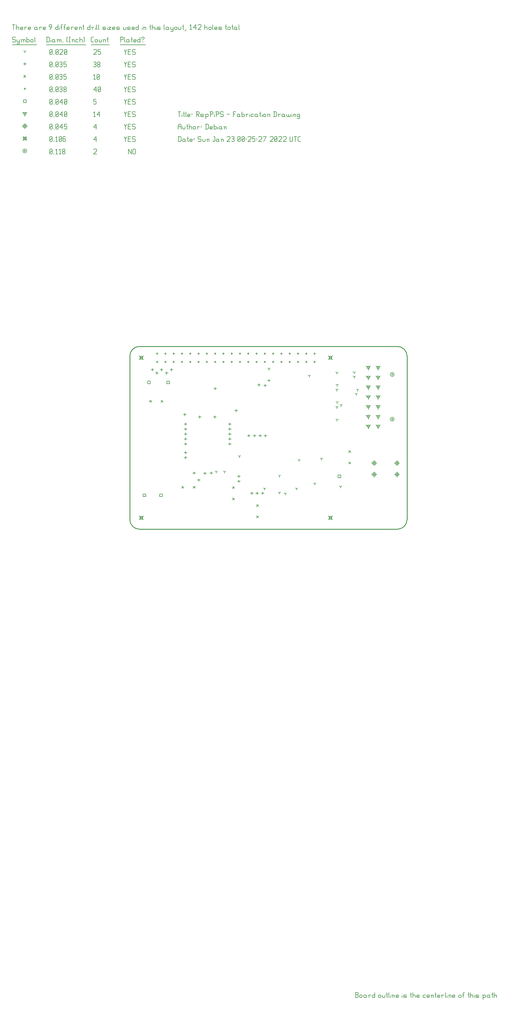
<source format=gbr>
G04 start of page 14 for group -3984 idx -3984 *
G04 Title: RspPiPS, fab *
G04 Creator: pcb 4.2.0 *
G04 CreationDate: Sun Jan 23 00:25:27 2022 UTC *
G04 For: debian *
G04 Format: Gerber/RS-274X *
G04 PCB-Dimensions (mil): 10000.00 10000.00 *
G04 PCB-Coordinate-Origin: lower left *
%MOIN*%
%FSLAX25Y25*%
%LNFAB*%
%ADD115C,0.0100*%
%ADD114C,0.0075*%
%ADD113C,0.0060*%
%ADD112R,0.0080X0.0080*%
G54D112*X457669Y741720D02*G75*G03X459269Y741720I800J0D01*G01*
G75*G03X457669Y741720I-800J0D01*G01*
X456069D02*G75*G03X460869Y741720I2400J0D01*G01*
G75*G03X456069Y741720I-2400J0D01*G01*
X457669Y687783D02*G75*G03X459269Y687783I800J0D01*G01*
G75*G03X457669Y687783I-800J0D01*G01*
X456069D02*G75*G03X460869Y687783I2400J0D01*G01*
G75*G03X456069Y687783I-2400J0D01*G01*
X14200Y1011250D02*G75*G03X15800Y1011250I800J0D01*G01*
G75*G03X14200Y1011250I-800J0D01*G01*
X12600D02*G75*G03X17400Y1011250I2400J0D01*G01*
G75*G03X12600Y1011250I-2400J0D01*G01*
G54D113*X140000Y1013500D02*Y1007500D01*
Y1013500D02*X143750Y1007500D01*
Y1013500D02*Y1007500D01*
X145550Y1012750D02*Y1008250D01*
Y1012750D02*X146300Y1013500D01*
X147800D01*
X148550Y1012750D01*
Y1008250D01*
X147800Y1007500D02*X148550Y1008250D01*
X146300Y1007500D02*X147800D01*
X145550Y1008250D02*X146300Y1007500D01*
X98000Y1012750D02*X98750Y1013500D01*
X101000D01*
X101750Y1012750D01*
Y1011250D01*
X98000Y1007500D02*X101750Y1011250D01*
X98000Y1007500D02*X101750D01*
X45000Y1008250D02*X45750Y1007500D01*
X45000Y1012750D02*Y1008250D01*
Y1012750D02*X45750Y1013500D01*
X47250D01*
X48000Y1012750D01*
Y1008250D01*
X47250Y1007500D02*X48000Y1008250D01*
X45750Y1007500D02*X47250D01*
X45000Y1009000D02*X48000Y1012000D01*
X49800Y1007500D02*X50550D01*
X52350Y1012300D02*X53550Y1013500D01*
Y1007500D01*
X52350D02*X54600D01*
X56400Y1012300D02*X57600Y1013500D01*
Y1007500D01*
X56400D02*X58650D01*
X60450Y1008250D02*X61200Y1007500D01*
X60450Y1009450D02*Y1008250D01*
Y1009450D02*X61500Y1010500D01*
X62400D01*
X63450Y1009450D01*
Y1008250D01*
X62700Y1007500D02*X63450Y1008250D01*
X61200Y1007500D02*X62700D01*
X60450Y1011550D02*X61500Y1010500D01*
X60450Y1012750D02*Y1011550D01*
Y1012750D02*X61200Y1013500D01*
X62700D01*
X63450Y1012750D01*
Y1011550D01*
X62400Y1010500D02*X63450Y1011550D01*
X381458Y764211D02*X386258Y759411D01*
X381458D02*X386258Y764211D01*
X382258Y763411D02*X385458D01*
X382258D02*Y760211D01*
X385458D01*
Y763411D02*Y760211D01*
X381458Y571298D02*X386258Y566498D01*
X381458D02*X386258Y571298D01*
X382258Y570498D02*X385458D01*
X382258D02*Y567298D01*
X385458D01*
Y570498D02*Y567298D01*
X153112Y764211D02*X157912Y759411D01*
X153112D02*X157912Y764211D01*
X153912Y763411D02*X157112D01*
X153912D02*Y760211D01*
X157112D01*
Y763411D02*Y760211D01*
X153112Y571298D02*X157912Y566498D01*
X153112D02*X157912Y571298D01*
X153912Y570498D02*X157112D01*
X153912D02*Y567298D01*
X157112D01*
Y570498D02*Y567298D01*
X12600Y1028650D02*X17400Y1023850D01*
X12600D02*X17400Y1028650D01*
X13400Y1027850D02*X16600D01*
X13400D02*Y1024650D01*
X16600D01*
Y1027850D02*Y1024650D01*
X135000Y1028500D02*X136500Y1025500D01*
X138000Y1028500D01*
X136500Y1025500D02*Y1022500D01*
X139800Y1025800D02*X142050D01*
X139800Y1022500D02*X142800D01*
X139800Y1028500D02*Y1022500D01*
Y1028500D02*X142800D01*
X147600D02*X148350Y1027750D01*
X145350Y1028500D02*X147600D01*
X144600Y1027750D02*X145350Y1028500D01*
X144600Y1027750D02*Y1026250D01*
X145350Y1025500D01*
X147600D01*
X148350Y1024750D01*
Y1023250D01*
X147600Y1022500D02*X148350Y1023250D01*
X145350Y1022500D02*X147600D01*
X144600Y1023250D02*X145350Y1022500D01*
X98000Y1024750D02*X101000Y1028500D01*
X98000Y1024750D02*X101750D01*
X101000Y1028500D02*Y1022500D01*
X45000Y1023250D02*X45750Y1022500D01*
X45000Y1027750D02*Y1023250D01*
Y1027750D02*X45750Y1028500D01*
X47250D01*
X48000Y1027750D01*
Y1023250D01*
X47250Y1022500D02*X48000Y1023250D01*
X45750Y1022500D02*X47250D01*
X45000Y1024000D02*X48000Y1027000D01*
X49800Y1022500D02*X50550D01*
X52350Y1027300D02*X53550Y1028500D01*
Y1022500D01*
X52350D02*X54600D01*
X56400Y1023250D02*X57150Y1022500D01*
X56400Y1027750D02*Y1023250D01*
Y1027750D02*X57150Y1028500D01*
X58650D01*
X59400Y1027750D01*
Y1023250D01*
X58650Y1022500D02*X59400Y1023250D01*
X57150Y1022500D02*X58650D01*
X56400Y1024000D02*X59400Y1027000D01*
X63450Y1028500D02*X64200Y1027750D01*
X61950Y1028500D02*X63450D01*
X61200Y1027750D02*X61950Y1028500D01*
X61200Y1027750D02*Y1023250D01*
X61950Y1022500D01*
X63450Y1025800D02*X64200Y1025050D01*
X61200Y1025800D02*X63450D01*
X61950Y1022500D02*X63450D01*
X64200Y1023250D01*
Y1025050D02*Y1023250D01*
X436736Y624389D02*Y617989D01*
X433536Y621189D02*X439936D01*
X435136Y622789D02*X438336D01*
X435136D02*Y619589D01*
X438336D01*
Y622789D02*Y619589D01*
X464295Y624389D02*Y617989D01*
X461095Y621189D02*X467495D01*
X462695Y622789D02*X465895D01*
X462695D02*Y619589D01*
X465895D01*
Y622789D02*Y619589D01*
X436736Y638169D02*Y631769D01*
X433536Y634969D02*X439936D01*
X435136Y636569D02*X438336D01*
X435136D02*Y633369D01*
X438336D01*
Y636569D02*Y633369D01*
X464295Y638169D02*Y631769D01*
X461095Y634969D02*X467495D01*
X462695Y636569D02*X465895D01*
X462695D02*Y633369D01*
X465895D01*
Y636569D02*Y633369D01*
X15000Y1044450D02*Y1038050D01*
X11800Y1041250D02*X18200D01*
X13400Y1042850D02*X16600D01*
X13400D02*Y1039650D01*
X16600D01*
Y1042850D02*Y1039650D01*
X135000Y1043500D02*X136500Y1040500D01*
X138000Y1043500D01*
X136500Y1040500D02*Y1037500D01*
X139800Y1040800D02*X142050D01*
X139800Y1037500D02*X142800D01*
X139800Y1043500D02*Y1037500D01*
Y1043500D02*X142800D01*
X147600D02*X148350Y1042750D01*
X145350Y1043500D02*X147600D01*
X144600Y1042750D02*X145350Y1043500D01*
X144600Y1042750D02*Y1041250D01*
X145350Y1040500D01*
X147600D01*
X148350Y1039750D01*
Y1038250D01*
X147600Y1037500D02*X148350Y1038250D01*
X145350Y1037500D02*X147600D01*
X144600Y1038250D02*X145350Y1037500D01*
X98000Y1039750D02*X101000Y1043500D01*
X98000Y1039750D02*X101750D01*
X101000Y1043500D02*Y1037500D01*
X45000Y1038250D02*X45750Y1037500D01*
X45000Y1042750D02*Y1038250D01*
Y1042750D02*X45750Y1043500D01*
X47250D01*
X48000Y1042750D01*
Y1038250D01*
X47250Y1037500D02*X48000Y1038250D01*
X45750Y1037500D02*X47250D01*
X45000Y1039000D02*X48000Y1042000D01*
X49800Y1037500D02*X50550D01*
X52350Y1038250D02*X53100Y1037500D01*
X52350Y1042750D02*Y1038250D01*
Y1042750D02*X53100Y1043500D01*
X54600D01*
X55350Y1042750D01*
Y1038250D01*
X54600Y1037500D02*X55350Y1038250D01*
X53100Y1037500D02*X54600D01*
X52350Y1039000D02*X55350Y1042000D01*
X57150Y1039750D02*X60150Y1043500D01*
X57150Y1039750D02*X60900D01*
X60150Y1043500D02*Y1037500D01*
X62700Y1043500D02*X65700D01*
X62700D02*Y1040500D01*
X63450Y1041250D01*
X64950D01*
X65700Y1040500D01*
Y1038250D01*
X64950Y1037500D02*X65700Y1038250D01*
X63450Y1037500D02*X64950D01*
X62700Y1038250D02*X63450Y1037500D01*
X441461Y750146D02*Y746946D01*
Y750146D02*X444234Y751746D01*
X441461Y750146D02*X438687Y751746D01*
X439861Y750146D02*G75*G03X443061Y750146I1600J0D01*G01*
G75*G03X439861Y750146I-1600J0D01*G01*
X441461Y738335D02*Y735135D01*
Y738335D02*X444234Y739935D01*
X441461Y738335D02*X438687Y739935D01*
X439861Y738335D02*G75*G03X443061Y738335I1600J0D01*G01*
G75*G03X439861Y738335I-1600J0D01*G01*
X441461Y726524D02*Y723324D01*
Y726524D02*X444234Y728124D01*
X441461Y726524D02*X438687Y728124D01*
X439861Y726524D02*G75*G03X443061Y726524I1600J0D01*G01*
G75*G03X439861Y726524I-1600J0D01*G01*
X441461Y714713D02*Y711513D01*
Y714713D02*X444234Y716313D01*
X441461Y714713D02*X438687Y716313D01*
X439861Y714713D02*G75*G03X443061Y714713I1600J0D01*G01*
G75*G03X439861Y714713I-1600J0D01*G01*
X441461Y702902D02*Y699702D01*
Y702902D02*X444234Y704502D01*
X441461Y702902D02*X438687Y704502D01*
X439861Y702902D02*G75*G03X443061Y702902I1600J0D01*G01*
G75*G03X439861Y702902I-1600J0D01*G01*
X441461Y691091D02*Y687891D01*
Y691091D02*X444234Y692691D01*
X441461Y691091D02*X438687Y692691D01*
X439861Y691091D02*G75*G03X443061Y691091I1600J0D01*G01*
G75*G03X439861Y691091I-1600J0D01*G01*
X441461Y679280D02*Y676080D01*
Y679280D02*X444234Y680880D01*
X441461Y679280D02*X438687Y680880D01*
X439861Y679280D02*G75*G03X443061Y679280I1600J0D01*G01*
G75*G03X439861Y679280I-1600J0D01*G01*
X429650Y750146D02*Y746946D01*
Y750146D02*X432423Y751746D01*
X429650Y750146D02*X426876Y751746D01*
X428050Y750146D02*G75*G03X431250Y750146I1600J0D01*G01*
G75*G03X428050Y750146I-1600J0D01*G01*
X429650Y738335D02*Y735135D01*
Y738335D02*X432423Y739935D01*
X429650Y738335D02*X426876Y739935D01*
X428050Y738335D02*G75*G03X431250Y738335I1600J0D01*G01*
G75*G03X428050Y738335I-1600J0D01*G01*
X429650Y726524D02*Y723324D01*
Y726524D02*X432423Y728124D01*
X429650Y726524D02*X426876Y728124D01*
X428050Y726524D02*G75*G03X431250Y726524I1600J0D01*G01*
G75*G03X428050Y726524I-1600J0D01*G01*
X429650Y714713D02*Y711513D01*
Y714713D02*X432423Y716313D01*
X429650Y714713D02*X426876Y716313D01*
X428050Y714713D02*G75*G03X431250Y714713I1600J0D01*G01*
G75*G03X428050Y714713I-1600J0D01*G01*
X429650Y702902D02*Y699702D01*
Y702902D02*X432423Y704502D01*
X429650Y702902D02*X426876Y704502D01*
X428050Y702902D02*G75*G03X431250Y702902I1600J0D01*G01*
G75*G03X428050Y702902I-1600J0D01*G01*
X429650Y691091D02*Y687891D01*
Y691091D02*X432423Y692691D01*
X429650Y691091D02*X426876Y692691D01*
X428050Y691091D02*G75*G03X431250Y691091I1600J0D01*G01*
G75*G03X428050Y691091I-1600J0D01*G01*
X429650Y679280D02*Y676080D01*
Y679280D02*X432423Y680880D01*
X429650Y679280D02*X426876Y680880D01*
X428050Y679280D02*G75*G03X431250Y679280I1600J0D01*G01*
G75*G03X428050Y679280I-1600J0D01*G01*
X15000Y1056250D02*Y1053050D01*
Y1056250D02*X17773Y1057850D01*
X15000Y1056250D02*X12227Y1057850D01*
X13400Y1056250D02*G75*G03X16600Y1056250I1600J0D01*G01*
G75*G03X13400Y1056250I-1600J0D01*G01*
X135000Y1058500D02*X136500Y1055500D01*
X138000Y1058500D01*
X136500Y1055500D02*Y1052500D01*
X139800Y1055800D02*X142050D01*
X139800Y1052500D02*X142800D01*
X139800Y1058500D02*Y1052500D01*
Y1058500D02*X142800D01*
X147600D02*X148350Y1057750D01*
X145350Y1058500D02*X147600D01*
X144600Y1057750D02*X145350Y1058500D01*
X144600Y1057750D02*Y1056250D01*
X145350Y1055500D01*
X147600D01*
X148350Y1054750D01*
Y1053250D01*
X147600Y1052500D02*X148350Y1053250D01*
X145350Y1052500D02*X147600D01*
X144600Y1053250D02*X145350Y1052500D01*
X98000Y1057300D02*X99200Y1058500D01*
Y1052500D01*
X98000D02*X100250D01*
X102050Y1054750D02*X105050Y1058500D01*
X102050Y1054750D02*X105800D01*
X105050Y1058500D02*Y1052500D01*
X45000Y1053250D02*X45750Y1052500D01*
X45000Y1057750D02*Y1053250D01*
Y1057750D02*X45750Y1058500D01*
X47250D01*
X48000Y1057750D01*
Y1053250D01*
X47250Y1052500D02*X48000Y1053250D01*
X45750Y1052500D02*X47250D01*
X45000Y1054000D02*X48000Y1057000D01*
X49800Y1052500D02*X50550D01*
X52350Y1053250D02*X53100Y1052500D01*
X52350Y1057750D02*Y1053250D01*
Y1057750D02*X53100Y1058500D01*
X54600D01*
X55350Y1057750D01*
Y1053250D01*
X54600Y1052500D02*X55350Y1053250D01*
X53100Y1052500D02*X54600D01*
X52350Y1054000D02*X55350Y1057000D01*
X57150Y1054750D02*X60150Y1058500D01*
X57150Y1054750D02*X60900D01*
X60150Y1058500D02*Y1052500D01*
X62700Y1053250D02*X63450Y1052500D01*
X62700Y1057750D02*Y1053250D01*
Y1057750D02*X63450Y1058500D01*
X64950D01*
X65700Y1057750D01*
Y1053250D01*
X64950Y1052500D02*X65700Y1053250D01*
X63450Y1052500D02*X64950D01*
X62700Y1054000D02*X65700Y1057000D01*
X157900Y597600D02*X161100D01*
X157900D02*Y594400D01*
X161100D01*
Y597600D02*Y594400D01*
X177900Y597600D02*X181100D01*
X177900D02*Y594400D01*
X181100D01*
Y597600D02*Y594400D01*
X163361Y733883D02*X166561D01*
X163361D02*Y730683D01*
X166561D01*
Y733883D02*Y730683D01*
X186400Y733600D02*X189600D01*
X186400D02*Y730400D01*
X189600D01*
Y733600D02*Y730400D01*
X393136Y620466D02*X396336D01*
X393136D02*Y617266D01*
X396336D01*
Y620466D02*Y617266D01*
X13400Y1072850D02*X16600D01*
X13400D02*Y1069650D01*
X16600D01*
Y1072850D02*Y1069650D01*
X135000Y1073500D02*X136500Y1070500D01*
X138000Y1073500D01*
X136500Y1070500D02*Y1067500D01*
X139800Y1070800D02*X142050D01*
X139800Y1067500D02*X142800D01*
X139800Y1073500D02*Y1067500D01*
Y1073500D02*X142800D01*
X147600D02*X148350Y1072750D01*
X145350Y1073500D02*X147600D01*
X144600Y1072750D02*X145350Y1073500D01*
X144600Y1072750D02*Y1071250D01*
X145350Y1070500D01*
X147600D01*
X148350Y1069750D01*
Y1068250D01*
X147600Y1067500D02*X148350Y1068250D01*
X145350Y1067500D02*X147600D01*
X144600Y1068250D02*X145350Y1067500D01*
X98000Y1073500D02*X101000D01*
X98000D02*Y1070500D01*
X98750Y1071250D01*
X100250D01*
X101000Y1070500D01*
Y1068250D01*
X100250Y1067500D02*X101000Y1068250D01*
X98750Y1067500D02*X100250D01*
X98000Y1068250D02*X98750Y1067500D01*
X45000Y1068250D02*X45750Y1067500D01*
X45000Y1072750D02*Y1068250D01*
Y1072750D02*X45750Y1073500D01*
X47250D01*
X48000Y1072750D01*
Y1068250D01*
X47250Y1067500D02*X48000Y1068250D01*
X45750Y1067500D02*X47250D01*
X45000Y1069000D02*X48000Y1072000D01*
X49800Y1067500D02*X50550D01*
X52350Y1068250D02*X53100Y1067500D01*
X52350Y1072750D02*Y1068250D01*
Y1072750D02*X53100Y1073500D01*
X54600D01*
X55350Y1072750D01*
Y1068250D01*
X54600Y1067500D02*X55350Y1068250D01*
X53100Y1067500D02*X54600D01*
X52350Y1069000D02*X55350Y1072000D01*
X57150Y1069750D02*X60150Y1073500D01*
X57150Y1069750D02*X60900D01*
X60150Y1073500D02*Y1067500D01*
X62700Y1068250D02*X63450Y1067500D01*
X62700Y1072750D02*Y1068250D01*
Y1072750D02*X63450Y1073500D01*
X64950D01*
X65700Y1072750D01*
Y1068250D01*
X64950Y1067500D02*X65700Y1068250D01*
X63450Y1067500D02*X64950D01*
X62700Y1069000D02*X65700Y1072000D01*
X173900Y756800D02*G75*G03X175500Y756800I800J0D01*G01*
G75*G03X173900Y756800I-800J0D01*G01*
Y766800D02*G75*G03X175500Y766800I800J0D01*G01*
G75*G03X173900Y766800I-800J0D01*G01*
X183900Y756800D02*G75*G03X185500Y756800I800J0D01*G01*
G75*G03X183900Y756800I-800J0D01*G01*
Y766800D02*G75*G03X185500Y766800I800J0D01*G01*
G75*G03X183900Y766800I-800J0D01*G01*
X193900Y756800D02*G75*G03X195500Y756800I800J0D01*G01*
G75*G03X193900Y756800I-800J0D01*G01*
Y766800D02*G75*G03X195500Y766800I800J0D01*G01*
G75*G03X193900Y766800I-800J0D01*G01*
X203900Y756800D02*G75*G03X205500Y756800I800J0D01*G01*
G75*G03X203900Y756800I-800J0D01*G01*
Y766800D02*G75*G03X205500Y766800I800J0D01*G01*
G75*G03X203900Y766800I-800J0D01*G01*
X213900Y756800D02*G75*G03X215500Y756800I800J0D01*G01*
G75*G03X213900Y756800I-800J0D01*G01*
Y766800D02*G75*G03X215500Y766800I800J0D01*G01*
G75*G03X213900Y766800I-800J0D01*G01*
X223900Y756800D02*G75*G03X225500Y756800I800J0D01*G01*
G75*G03X223900Y756800I-800J0D01*G01*
Y766800D02*G75*G03X225500Y766800I800J0D01*G01*
G75*G03X223900Y766800I-800J0D01*G01*
X233900Y756800D02*G75*G03X235500Y756800I800J0D01*G01*
G75*G03X233900Y756800I-800J0D01*G01*
Y766800D02*G75*G03X235500Y766800I800J0D01*G01*
G75*G03X233900Y766800I-800J0D01*G01*
X243900Y756800D02*G75*G03X245500Y756800I800J0D01*G01*
G75*G03X243900Y756800I-800J0D01*G01*
Y766800D02*G75*G03X245500Y766800I800J0D01*G01*
G75*G03X243900Y766800I-800J0D01*G01*
X253900Y756800D02*G75*G03X255500Y756800I800J0D01*G01*
G75*G03X253900Y756800I-800J0D01*G01*
Y766800D02*G75*G03X255500Y766800I800J0D01*G01*
G75*G03X253900Y766800I-800J0D01*G01*
X263900Y756800D02*G75*G03X265500Y756800I800J0D01*G01*
G75*G03X263900Y756800I-800J0D01*G01*
Y766800D02*G75*G03X265500Y766800I800J0D01*G01*
G75*G03X263900Y766800I-800J0D01*G01*
X273900Y756800D02*G75*G03X275500Y756800I800J0D01*G01*
G75*G03X273900Y756800I-800J0D01*G01*
Y766800D02*G75*G03X275500Y766800I800J0D01*G01*
G75*G03X273900Y766800I-800J0D01*G01*
X283900Y756800D02*G75*G03X285500Y756800I800J0D01*G01*
G75*G03X283900Y756800I-800J0D01*G01*
Y766800D02*G75*G03X285500Y766800I800J0D01*G01*
G75*G03X283900Y766800I-800J0D01*G01*
X293900Y756800D02*G75*G03X295500Y756800I800J0D01*G01*
G75*G03X293900Y756800I-800J0D01*G01*
Y766800D02*G75*G03X295500Y766800I800J0D01*G01*
G75*G03X293900Y766800I-800J0D01*G01*
X303900Y756800D02*G75*G03X305500Y756800I800J0D01*G01*
G75*G03X303900Y756800I-800J0D01*G01*
Y766800D02*G75*G03X305500Y766800I800J0D01*G01*
G75*G03X303900Y766800I-800J0D01*G01*
X313900Y756800D02*G75*G03X315500Y756800I800J0D01*G01*
G75*G03X313900Y756800I-800J0D01*G01*
Y766800D02*G75*G03X315500Y766800I800J0D01*G01*
G75*G03X313900Y766800I-800J0D01*G01*
X323900Y756800D02*G75*G03X325500Y756800I800J0D01*G01*
G75*G03X323900Y756800I-800J0D01*G01*
Y766800D02*G75*G03X325500Y766800I800J0D01*G01*
G75*G03X323900Y766800I-800J0D01*G01*
X333900Y756800D02*G75*G03X335500Y756800I800J0D01*G01*
G75*G03X333900Y756800I-800J0D01*G01*
Y766800D02*G75*G03X335500Y766800I800J0D01*G01*
G75*G03X333900Y766800I-800J0D01*G01*
X343900Y756800D02*G75*G03X345500Y756800I800J0D01*G01*
G75*G03X343900Y756800I-800J0D01*G01*
Y766800D02*G75*G03X345500Y766800I800J0D01*G01*
G75*G03X343900Y766800I-800J0D01*G01*
X353900Y756800D02*G75*G03X355500Y756800I800J0D01*G01*
G75*G03X353900Y756800I-800J0D01*G01*
Y766800D02*G75*G03X355500Y766800I800J0D01*G01*
G75*G03X353900Y766800I-800J0D01*G01*
X363900Y756800D02*G75*G03X365500Y756800I800J0D01*G01*
G75*G03X363900Y756800I-800J0D01*G01*
Y766800D02*G75*G03X365500Y766800I800J0D01*G01*
G75*G03X363900Y766800I-800J0D01*G01*
X14200Y1086250D02*G75*G03X15800Y1086250I800J0D01*G01*
G75*G03X14200Y1086250I-800J0D01*G01*
X135000Y1088500D02*X136500Y1085500D01*
X138000Y1088500D01*
X136500Y1085500D02*Y1082500D01*
X139800Y1085800D02*X142050D01*
X139800Y1082500D02*X142800D01*
X139800Y1088500D02*Y1082500D01*
Y1088500D02*X142800D01*
X147600D02*X148350Y1087750D01*
X145350Y1088500D02*X147600D01*
X144600Y1087750D02*X145350Y1088500D01*
X144600Y1087750D02*Y1086250D01*
X145350Y1085500D01*
X147600D01*
X148350Y1084750D01*
Y1083250D01*
X147600Y1082500D02*X148350Y1083250D01*
X145350Y1082500D02*X147600D01*
X144600Y1083250D02*X145350Y1082500D01*
X98000Y1084750D02*X101000Y1088500D01*
X98000Y1084750D02*X101750D01*
X101000Y1088500D02*Y1082500D01*
X103550Y1083250D02*X104300Y1082500D01*
X103550Y1087750D02*Y1083250D01*
Y1087750D02*X104300Y1088500D01*
X105800D01*
X106550Y1087750D01*
Y1083250D01*
X105800Y1082500D02*X106550Y1083250D01*
X104300Y1082500D02*X105800D01*
X103550Y1084000D02*X106550Y1087000D01*
X45000Y1083250D02*X45750Y1082500D01*
X45000Y1087750D02*Y1083250D01*
Y1087750D02*X45750Y1088500D01*
X47250D01*
X48000Y1087750D01*
Y1083250D01*
X47250Y1082500D02*X48000Y1083250D01*
X45750Y1082500D02*X47250D01*
X45000Y1084000D02*X48000Y1087000D01*
X49800Y1082500D02*X50550D01*
X52350Y1083250D02*X53100Y1082500D01*
X52350Y1087750D02*Y1083250D01*
Y1087750D02*X53100Y1088500D01*
X54600D01*
X55350Y1087750D01*
Y1083250D01*
X54600Y1082500D02*X55350Y1083250D01*
X53100Y1082500D02*X54600D01*
X52350Y1084000D02*X55350Y1087000D01*
X57150Y1087750D02*X57900Y1088500D01*
X59400D01*
X60150Y1087750D01*
X59400Y1082500D02*X60150Y1083250D01*
X57900Y1082500D02*X59400D01*
X57150Y1083250D02*X57900Y1082500D01*
Y1085800D02*X59400D01*
X60150Y1087750D02*Y1086550D01*
Y1085050D02*Y1083250D01*
Y1085050D02*X59400Y1085800D01*
X60150Y1086550D02*X59400Y1085800D01*
X61950Y1083250D02*X62700Y1082500D01*
X61950Y1084450D02*Y1083250D01*
Y1084450D02*X63000Y1085500D01*
X63900D01*
X64950Y1084450D01*
Y1083250D01*
X64200Y1082500D02*X64950Y1083250D01*
X62700Y1082500D02*X64200D01*
X61950Y1086550D02*X63000Y1085500D01*
X61950Y1087750D02*Y1086550D01*
Y1087750D02*X62700Y1088500D01*
X64200D01*
X64950Y1087750D01*
Y1086550D01*
X63900Y1085500D02*X64950Y1086550D01*
X218225Y606999D02*X220625Y604599D01*
X218225D02*X220625Y606999D01*
X204446D02*X206846Y604599D01*
X204446D02*X206846Y606999D01*
X265800Y606590D02*X268200Y604190D01*
X265800D02*X268200Y606590D01*
X265800Y592810D02*X268200Y590410D01*
X265800D02*X268200Y592810D01*
X179335Y710476D02*X181735Y708076D01*
X179335D02*X181735Y710476D01*
X165556D02*X167956Y708076D01*
X165556D02*X167956Y710476D01*
X294749Y584968D02*X297149Y582568D01*
X294749D02*X297149Y584968D01*
X294749Y571188D02*X297149Y568788D01*
X294749D02*X297149Y571188D01*
X406036Y649956D02*X408436Y647556D01*
X406036D02*X408436Y649956D01*
X406036Y636176D02*X408436Y633776D01*
X406036D02*X408436Y636176D01*
X13800Y1102450D02*X16200Y1100050D01*
X13800D02*X16200Y1102450D01*
X135000Y1103500D02*X136500Y1100500D01*
X138000Y1103500D01*
X136500Y1100500D02*Y1097500D01*
X139800Y1100800D02*X142050D01*
X139800Y1097500D02*X142800D01*
X139800Y1103500D02*Y1097500D01*
Y1103500D02*X142800D01*
X147600D02*X148350Y1102750D01*
X145350Y1103500D02*X147600D01*
X144600Y1102750D02*X145350Y1103500D01*
X144600Y1102750D02*Y1101250D01*
X145350Y1100500D01*
X147600D01*
X148350Y1099750D01*
Y1098250D01*
X147600Y1097500D02*X148350Y1098250D01*
X145350Y1097500D02*X147600D01*
X144600Y1098250D02*X145350Y1097500D01*
X98000Y1102300D02*X99200Y1103500D01*
Y1097500D01*
X98000D02*X100250D01*
X102050Y1098250D02*X102800Y1097500D01*
X102050Y1102750D02*Y1098250D01*
Y1102750D02*X102800Y1103500D01*
X104300D01*
X105050Y1102750D01*
Y1098250D01*
X104300Y1097500D02*X105050Y1098250D01*
X102800Y1097500D02*X104300D01*
X102050Y1099000D02*X105050Y1102000D01*
X45000Y1098250D02*X45750Y1097500D01*
X45000Y1102750D02*Y1098250D01*
Y1102750D02*X45750Y1103500D01*
X47250D01*
X48000Y1102750D01*
Y1098250D01*
X47250Y1097500D02*X48000Y1098250D01*
X45750Y1097500D02*X47250D01*
X45000Y1099000D02*X48000Y1102000D01*
X49800Y1097500D02*X50550D01*
X52350Y1098250D02*X53100Y1097500D01*
X52350Y1102750D02*Y1098250D01*
Y1102750D02*X53100Y1103500D01*
X54600D01*
X55350Y1102750D01*
Y1098250D01*
X54600Y1097500D02*X55350Y1098250D01*
X53100Y1097500D02*X54600D01*
X52350Y1099000D02*X55350Y1102000D01*
X57150Y1102750D02*X57900Y1103500D01*
X59400D01*
X60150Y1102750D01*
X59400Y1097500D02*X60150Y1098250D01*
X57900Y1097500D02*X59400D01*
X57150Y1098250D02*X57900Y1097500D01*
Y1100800D02*X59400D01*
X60150Y1102750D02*Y1101550D01*
Y1100050D02*Y1098250D01*
Y1100050D02*X59400Y1100800D01*
X60150Y1101550D02*X59400Y1100800D01*
X61950Y1103500D02*X64950D01*
X61950D02*Y1100500D01*
X62700Y1101250D01*
X64200D01*
X64950Y1100500D01*
Y1098250D01*
X64200Y1097500D02*X64950Y1098250D01*
X62700Y1097500D02*X64200D01*
X61950Y1098250D02*X62700Y1097500D01*
X305500Y669600D02*Y666400D01*
X303900Y668000D02*X307100D01*
X292500Y669600D02*Y666400D01*
X290900Y668000D02*X294100D01*
X299000Y669600D02*Y666400D01*
X297400Y668000D02*X300600D01*
X285500Y669600D02*Y666400D01*
X283900Y668000D02*X287100D01*
X295500Y600100D02*Y596900D01*
X293900Y598500D02*X297100D01*
X302000Y600100D02*Y596900D01*
X300400Y598500D02*X303600D01*
X289000Y600100D02*Y596900D01*
X287400Y598500D02*X290600D01*
X219500Y624600D02*Y621400D01*
X217900Y623000D02*X221100D01*
X225072Y616028D02*Y612828D01*
X223472Y614428D02*X226672D01*
X208000Y695100D02*Y691900D01*
X206400Y693500D02*X209600D01*
X232500Y624100D02*Y620900D01*
X230900Y622500D02*X234100D01*
X240000Y624600D02*Y621400D01*
X238400Y623000D02*X241600D01*
X209000Y659600D02*Y656400D01*
X207400Y658000D02*X210600D01*
X209000Y649100D02*Y645900D01*
X207400Y647500D02*X210600D01*
X209000Y643100D02*Y639900D01*
X207400Y641500D02*X210600D01*
X192000Y749100D02*Y745900D01*
X190400Y747500D02*X193600D01*
X186000Y745100D02*Y741900D01*
X184400Y743500D02*X187600D01*
X180000Y749100D02*Y745900D01*
X178400Y747500D02*X181600D01*
X174500Y745100D02*Y741900D01*
X172900Y743500D02*X176100D01*
X169000Y749100D02*Y745900D01*
X167400Y747500D02*X170600D01*
X209000Y665600D02*Y662400D01*
X207400Y664000D02*X210600D01*
X209000Y671600D02*Y668400D01*
X207400Y670000D02*X210600D01*
X209000Y677600D02*Y674400D01*
X207400Y676000D02*X210600D01*
X262500Y677600D02*Y674400D01*
X260900Y676000D02*X264100D01*
X209000Y683600D02*Y680400D01*
X207400Y682000D02*X210600D01*
X262500Y683600D02*Y680400D01*
X260900Y682000D02*X264100D01*
X262500Y671600D02*Y668400D01*
X260900Y670000D02*X264100D01*
X262500Y665600D02*Y662400D01*
X260900Y664000D02*X264100D01*
X262500Y659600D02*Y656400D01*
X260900Y658000D02*X264100D01*
X273500Y620600D02*Y617400D01*
X271900Y619000D02*X275100D01*
X273500Y614600D02*Y611400D01*
X271900Y613000D02*X275100D01*
X225984Y692151D02*Y688951D01*
X224384Y690551D02*X227584D01*
X244488Y692151D02*Y688951D01*
X242888Y690551D02*X246088D01*
X244874Y726340D02*Y723140D01*
X243274Y724740D02*X246474D01*
X297602Y730809D02*Y727609D01*
X296002Y729209D02*X299202D01*
X309600Y736000D02*Y732800D01*
X308000Y734400D02*X311200D01*
X305000Y730000D02*Y726800D01*
X303400Y728400D02*X306600D01*
X270098Y699872D02*Y696672D01*
X268498Y698272D02*X271698D01*
X15000Y1117850D02*Y1114650D01*
X13400Y1116250D02*X16600D01*
X135000Y1118500D02*X136500Y1115500D01*
X138000Y1118500D01*
X136500Y1115500D02*Y1112500D01*
X139800Y1115800D02*X142050D01*
X139800Y1112500D02*X142800D01*
X139800Y1118500D02*Y1112500D01*
Y1118500D02*X142800D01*
X147600D02*X148350Y1117750D01*
X145350Y1118500D02*X147600D01*
X144600Y1117750D02*X145350Y1118500D01*
X144600Y1117750D02*Y1116250D01*
X145350Y1115500D01*
X147600D01*
X148350Y1114750D01*
Y1113250D01*
X147600Y1112500D02*X148350Y1113250D01*
X145350Y1112500D02*X147600D01*
X144600Y1113250D02*X145350Y1112500D01*
X98000Y1117750D02*X98750Y1118500D01*
X100250D01*
X101000Y1117750D01*
X100250Y1112500D02*X101000Y1113250D01*
X98750Y1112500D02*X100250D01*
X98000Y1113250D02*X98750Y1112500D01*
Y1115800D02*X100250D01*
X101000Y1117750D02*Y1116550D01*
Y1115050D02*Y1113250D01*
Y1115050D02*X100250Y1115800D01*
X101000Y1116550D02*X100250Y1115800D01*
X102800Y1113250D02*X103550Y1112500D01*
X102800Y1114450D02*Y1113250D01*
Y1114450D02*X103850Y1115500D01*
X104750D01*
X105800Y1114450D01*
Y1113250D01*
X105050Y1112500D02*X105800Y1113250D01*
X103550Y1112500D02*X105050D01*
X102800Y1116550D02*X103850Y1115500D01*
X102800Y1117750D02*Y1116550D01*
Y1117750D02*X103550Y1118500D01*
X105050D01*
X105800Y1117750D01*
Y1116550D01*
X104750Y1115500D02*X105800Y1116550D01*
X45000Y1113250D02*X45750Y1112500D01*
X45000Y1117750D02*Y1113250D01*
Y1117750D02*X45750Y1118500D01*
X47250D01*
X48000Y1117750D01*
Y1113250D01*
X47250Y1112500D02*X48000Y1113250D01*
X45750Y1112500D02*X47250D01*
X45000Y1114000D02*X48000Y1117000D01*
X49800Y1112500D02*X50550D01*
X52350Y1113250D02*X53100Y1112500D01*
X52350Y1117750D02*Y1113250D01*
Y1117750D02*X53100Y1118500D01*
X54600D01*
X55350Y1117750D01*
Y1113250D01*
X54600Y1112500D02*X55350Y1113250D01*
X53100Y1112500D02*X54600D01*
X52350Y1114000D02*X55350Y1117000D01*
X57150Y1117750D02*X57900Y1118500D01*
X59400D01*
X60150Y1117750D01*
X59400Y1112500D02*X60150Y1113250D01*
X57900Y1112500D02*X59400D01*
X57150Y1113250D02*X57900Y1112500D01*
Y1115800D02*X59400D01*
X60150Y1117750D02*Y1116550D01*
Y1115050D02*Y1113250D01*
Y1115050D02*X59400Y1115800D01*
X60150Y1116550D02*X59400Y1115800D01*
X61950Y1118500D02*X64950D01*
X61950D02*Y1115500D01*
X62700Y1116250D01*
X64200D01*
X64950Y1115500D01*
Y1113250D01*
X64200Y1112500D02*X64950Y1113250D01*
X62700Y1112500D02*X64200D01*
X61950Y1113250D02*X62700Y1112500D01*
X322500Y619500D02*Y617900D01*
Y619500D02*X323887Y620300D01*
X322500Y619500D02*X321113Y620300D01*
X304500Y604000D02*Y602400D01*
Y604000D02*X305887Y604800D01*
X304500Y604000D02*X303113Y604800D01*
X365000Y610000D02*Y608400D01*
Y610000D02*X366387Y610800D01*
X365000Y610000D02*X363613Y610800D01*
X246000Y624500D02*Y622900D01*
Y624500D02*X247387Y625300D01*
X246000Y624500D02*X244613Y625300D01*
X256000Y624500D02*Y622900D01*
Y624500D02*X257387Y625300D01*
X256000Y624500D02*X254613Y625300D01*
X343000Y604000D02*Y602400D01*
Y604000D02*X344387Y604800D01*
X343000Y604000D02*X341613Y604800D01*
X346000Y638500D02*Y636900D01*
Y638500D02*X347387Y639300D01*
X346000Y638500D02*X344613Y639300D01*
X373000Y640000D02*Y638400D01*
Y640000D02*X374387Y640800D01*
X373000Y640000D02*X371613Y640800D01*
X329500Y598000D02*Y596400D01*
Y598000D02*X330887Y598800D01*
X329500Y598000D02*X328113Y598800D01*
X322500Y599000D02*Y597400D01*
Y599000D02*X323887Y599800D01*
X322500Y599000D02*X321113Y599800D01*
X274000Y643000D02*Y641400D01*
Y643000D02*X275387Y643800D01*
X274000Y643000D02*X272613Y643800D01*
X412598Y738976D02*Y737376D01*
Y738976D02*X413985Y739776D01*
X412598Y738976D02*X411212Y739776D01*
X412598Y744094D02*Y742494D01*
Y744094D02*X413985Y744894D01*
X412598Y744094D02*X411212Y744894D01*
X414961Y718110D02*Y716510D01*
Y718110D02*X416347Y718910D01*
X414961Y718110D02*X413574Y718910D01*
X416654Y723110D02*Y721510D01*
Y723110D02*X418040Y723910D01*
X416654Y723110D02*X415267Y723910D01*
X396236Y606366D02*Y604766D01*
Y606366D02*X397623Y607166D01*
X396236Y606366D02*X394850Y607166D01*
X391800Y743700D02*Y742100D01*
Y743700D02*X393187Y744500D01*
X391800Y743700D02*X390413Y744500D01*
X391800Y723300D02*Y721700D01*
Y723300D02*X393187Y724100D01*
X391800Y723300D02*X390413Y724100D01*
X391800Y702300D02*Y700700D01*
Y702300D02*X393187Y703100D01*
X391800Y702300D02*X390413Y703100D01*
X392000Y729000D02*Y727400D01*
Y729000D02*X393387Y729800D01*
X392000Y729000D02*X390613Y729800D01*
X392000Y708200D02*Y706600D01*
Y708200D02*X393387Y709000D01*
X392000Y708200D02*X390613Y709000D01*
X391900Y687200D02*Y685600D01*
Y687200D02*X393287Y688000D01*
X391900Y687200D02*X390513Y688000D01*
X396700Y704600D02*Y703000D01*
Y704600D02*X398087Y705400D01*
X396700Y704600D02*X395313Y705400D01*
X309800Y748600D02*Y747000D01*
Y748600D02*X311187Y749400D01*
X309800Y748600D02*X308413Y749400D01*
X358500Y740000D02*Y738400D01*
Y740000D02*X359887Y740800D01*
X358500Y740000D02*X357113Y740800D01*
X15000Y1131250D02*Y1129650D01*
Y1131250D02*X16387Y1132050D01*
X15000Y1131250D02*X13613Y1132050D01*
X135000Y1133500D02*X136500Y1130500D01*
X138000Y1133500D01*
X136500Y1130500D02*Y1127500D01*
X139800Y1130800D02*X142050D01*
X139800Y1127500D02*X142800D01*
X139800Y1133500D02*Y1127500D01*
Y1133500D02*X142800D01*
X147600D02*X148350Y1132750D01*
X145350Y1133500D02*X147600D01*
X144600Y1132750D02*X145350Y1133500D01*
X144600Y1132750D02*Y1131250D01*
X145350Y1130500D01*
X147600D01*
X148350Y1129750D01*
Y1128250D01*
X147600Y1127500D02*X148350Y1128250D01*
X145350Y1127500D02*X147600D01*
X144600Y1128250D02*X145350Y1127500D01*
X98000Y1132750D02*X98750Y1133500D01*
X101000D01*
X101750Y1132750D01*
Y1131250D01*
X98000Y1127500D02*X101750Y1131250D01*
X98000Y1127500D02*X101750D01*
X103550Y1133500D02*X106550D01*
X103550D02*Y1130500D01*
X104300Y1131250D01*
X105800D01*
X106550Y1130500D01*
Y1128250D01*
X105800Y1127500D02*X106550Y1128250D01*
X104300Y1127500D02*X105800D01*
X103550Y1128250D02*X104300Y1127500D01*
X45000Y1128250D02*X45750Y1127500D01*
X45000Y1132750D02*Y1128250D01*
Y1132750D02*X45750Y1133500D01*
X47250D01*
X48000Y1132750D01*
Y1128250D01*
X47250Y1127500D02*X48000Y1128250D01*
X45750Y1127500D02*X47250D01*
X45000Y1129000D02*X48000Y1132000D01*
X49800Y1127500D02*X50550D01*
X52350Y1128250D02*X53100Y1127500D01*
X52350Y1132750D02*Y1128250D01*
Y1132750D02*X53100Y1133500D01*
X54600D01*
X55350Y1132750D01*
Y1128250D01*
X54600Y1127500D02*X55350Y1128250D01*
X53100Y1127500D02*X54600D01*
X52350Y1129000D02*X55350Y1132000D01*
X57150Y1132750D02*X57900Y1133500D01*
X60150D01*
X60900Y1132750D01*
Y1131250D01*
X57150Y1127500D02*X60900Y1131250D01*
X57150Y1127500D02*X60900D01*
X62700Y1128250D02*X63450Y1127500D01*
X62700Y1132750D02*Y1128250D01*
Y1132750D02*X63450Y1133500D01*
X64950D01*
X65700Y1132750D01*
Y1128250D01*
X64950Y1127500D02*X65700Y1128250D01*
X63450Y1127500D02*X64950D01*
X62700Y1129000D02*X65700Y1132000D01*
X3000Y1148500D02*X3750Y1147750D01*
X750Y1148500D02*X3000D01*
X0Y1147750D02*X750Y1148500D01*
X0Y1147750D02*Y1146250D01*
X750Y1145500D01*
X3000D01*
X3750Y1144750D01*
Y1143250D01*
X3000Y1142500D02*X3750Y1143250D01*
X750Y1142500D02*X3000D01*
X0Y1143250D02*X750Y1142500D01*
X5550Y1145500D02*Y1143250D01*
X6300Y1142500D01*
X8550Y1145500D02*Y1141000D01*
X7800Y1140250D02*X8550Y1141000D01*
X6300Y1140250D02*X7800D01*
X5550Y1141000D02*X6300Y1140250D01*
Y1142500D02*X7800D01*
X8550Y1143250D01*
X11100Y1144750D02*Y1142500D01*
Y1144750D02*X11850Y1145500D01*
X12600D01*
X13350Y1144750D01*
Y1142500D01*
Y1144750D02*X14100Y1145500D01*
X14850D01*
X15600Y1144750D01*
Y1142500D01*
X10350Y1145500D02*X11100Y1144750D01*
X17400Y1148500D02*Y1142500D01*
Y1143250D02*X18150Y1142500D01*
X19650D01*
X20400Y1143250D01*
Y1144750D02*Y1143250D01*
X19650Y1145500D02*X20400Y1144750D01*
X18150Y1145500D02*X19650D01*
X17400Y1144750D02*X18150Y1145500D01*
X22200Y1144750D02*Y1143250D01*
Y1144750D02*X22950Y1145500D01*
X24450D01*
X25200Y1144750D01*
Y1143250D01*
X24450Y1142500D02*X25200Y1143250D01*
X22950Y1142500D02*X24450D01*
X22200Y1143250D02*X22950Y1142500D01*
X27000Y1148500D02*Y1143250D01*
X27750Y1142500D01*
X0Y1139250D02*X29250D01*
X41750Y1148500D02*Y1142500D01*
X43700Y1148500D02*X44750Y1147450D01*
Y1143550D01*
X43700Y1142500D02*X44750Y1143550D01*
X41000Y1142500D02*X43700D01*
X41000Y1148500D02*X43700D01*
G54D114*X46550Y1147000D02*Y1146850D01*
G54D113*Y1144750D02*Y1142500D01*
X50300Y1145500D02*X51050Y1144750D01*
X48800Y1145500D02*X50300D01*
X48050Y1144750D02*X48800Y1145500D01*
X48050Y1144750D02*Y1143250D01*
X48800Y1142500D01*
X51050Y1145500D02*Y1143250D01*
X51800Y1142500D01*
X48800D02*X50300D01*
X51050Y1143250D01*
X54350Y1144750D02*Y1142500D01*
Y1144750D02*X55100Y1145500D01*
X55850D01*
X56600Y1144750D01*
Y1142500D01*
Y1144750D02*X57350Y1145500D01*
X58100D01*
X58850Y1144750D01*
Y1142500D01*
X53600Y1145500D02*X54350Y1144750D01*
X60650Y1142500D02*X61400D01*
X65900Y1143250D02*X66650Y1142500D01*
X65900Y1147750D02*X66650Y1148500D01*
X65900Y1147750D02*Y1143250D01*
X68450Y1148500D02*X69950D01*
X69200D02*Y1142500D01*
X68450D02*X69950D01*
X72500Y1144750D02*Y1142500D01*
Y1144750D02*X73250Y1145500D01*
X74000D01*
X74750Y1144750D01*
Y1142500D01*
X71750Y1145500D02*X72500Y1144750D01*
X77300Y1145500D02*X79550D01*
X76550Y1144750D02*X77300Y1145500D01*
X76550Y1144750D02*Y1143250D01*
X77300Y1142500D01*
X79550D01*
X81350Y1148500D02*Y1142500D01*
Y1144750D02*X82100Y1145500D01*
X83600D01*
X84350Y1144750D01*
Y1142500D01*
X86150Y1148500D02*X86900Y1147750D01*
Y1143250D01*
X86150Y1142500D02*X86900Y1143250D01*
X41000Y1139250D02*X88700D01*
X96050Y1142500D02*X98000D01*
X95000Y1143550D02*X96050Y1142500D01*
X95000Y1147450D02*Y1143550D01*
Y1147450D02*X96050Y1148500D01*
X98000D01*
X99800Y1144750D02*Y1143250D01*
Y1144750D02*X100550Y1145500D01*
X102050D01*
X102800Y1144750D01*
Y1143250D01*
X102050Y1142500D02*X102800Y1143250D01*
X100550Y1142500D02*X102050D01*
X99800Y1143250D02*X100550Y1142500D01*
X104600Y1145500D02*Y1143250D01*
X105350Y1142500D01*
X106850D01*
X107600Y1143250D01*
Y1145500D02*Y1143250D01*
X110150Y1144750D02*Y1142500D01*
Y1144750D02*X110900Y1145500D01*
X111650D01*
X112400Y1144750D01*
Y1142500D01*
X109400Y1145500D02*X110150Y1144750D01*
X114950Y1148500D02*Y1143250D01*
X115700Y1142500D01*
X114200Y1146250D02*X115700D01*
X95000Y1139250D02*X117200D01*
X130750Y1148500D02*Y1142500D01*
X130000Y1148500D02*X133000D01*
X133750Y1147750D01*
Y1146250D01*
X133000Y1145500D02*X133750Y1146250D01*
X130750Y1145500D02*X133000D01*
X135550Y1148500D02*Y1143250D01*
X136300Y1142500D01*
X140050Y1145500D02*X140800Y1144750D01*
X138550Y1145500D02*X140050D01*
X137800Y1144750D02*X138550Y1145500D01*
X137800Y1144750D02*Y1143250D01*
X138550Y1142500D01*
X140800Y1145500D02*Y1143250D01*
X141550Y1142500D01*
X138550D02*X140050D01*
X140800Y1143250D01*
X144100Y1148500D02*Y1143250D01*
X144850Y1142500D01*
X143350Y1146250D02*X144850D01*
X147100Y1142500D02*X149350D01*
X146350Y1143250D02*X147100Y1142500D01*
X146350Y1144750D02*Y1143250D01*
Y1144750D02*X147100Y1145500D01*
X148600D01*
X149350Y1144750D01*
X146350Y1144000D02*X149350D01*
Y1144750D02*Y1144000D01*
X154150Y1148500D02*Y1142500D01*
X153400D02*X154150Y1143250D01*
X151900Y1142500D02*X153400D01*
X151150Y1143250D02*X151900Y1142500D01*
X151150Y1144750D02*Y1143250D01*
Y1144750D02*X151900Y1145500D01*
X153400D01*
X154150Y1144750D01*
X157450Y1145500D02*Y1144750D01*
Y1143250D02*Y1142500D01*
X155950Y1147750D02*Y1147000D01*
Y1147750D02*X156700Y1148500D01*
X158200D01*
X158950Y1147750D01*
Y1147000D01*
X157450Y1145500D02*X158950Y1147000D01*
X130000Y1139250D02*X160750D01*
X0Y1163500D02*X3000D01*
X1500D02*Y1157500D01*
X4800Y1163500D02*Y1157500D01*
Y1159750D02*X5550Y1160500D01*
X7050D01*
X7800Y1159750D01*
Y1157500D01*
X10350D02*X12600D01*
X9600Y1158250D02*X10350Y1157500D01*
X9600Y1159750D02*Y1158250D01*
Y1159750D02*X10350Y1160500D01*
X11850D01*
X12600Y1159750D01*
X9600Y1159000D02*X12600D01*
Y1159750D02*Y1159000D01*
X15150Y1159750D02*Y1157500D01*
Y1159750D02*X15900Y1160500D01*
X17400D01*
X14400D02*X15150Y1159750D01*
X19950Y1157500D02*X22200D01*
X19200Y1158250D02*X19950Y1157500D01*
X19200Y1159750D02*Y1158250D01*
Y1159750D02*X19950Y1160500D01*
X21450D01*
X22200Y1159750D01*
X19200Y1159000D02*X22200D01*
Y1159750D02*Y1159000D01*
X28950Y1160500D02*X29700Y1159750D01*
X27450Y1160500D02*X28950D01*
X26700Y1159750D02*X27450Y1160500D01*
X26700Y1159750D02*Y1158250D01*
X27450Y1157500D01*
X29700Y1160500D02*Y1158250D01*
X30450Y1157500D01*
X27450D02*X28950D01*
X29700Y1158250D01*
X33000Y1159750D02*Y1157500D01*
Y1159750D02*X33750Y1160500D01*
X35250D01*
X32250D02*X33000Y1159750D01*
X37800Y1157500D02*X40050D01*
X37050Y1158250D02*X37800Y1157500D01*
X37050Y1159750D02*Y1158250D01*
Y1159750D02*X37800Y1160500D01*
X39300D01*
X40050Y1159750D01*
X37050Y1159000D02*X40050D01*
Y1159750D02*Y1159000D01*
X45300Y1157500D02*X47550Y1160500D01*
Y1162750D02*Y1160500D01*
X46800Y1163500D02*X47550Y1162750D01*
X45300Y1163500D02*X46800D01*
X44550Y1162750D02*X45300Y1163500D01*
X44550Y1162750D02*Y1161250D01*
X45300Y1160500D01*
X47550D01*
X55050Y1163500D02*Y1157500D01*
X54300D02*X55050Y1158250D01*
X52800Y1157500D02*X54300D01*
X52050Y1158250D02*X52800Y1157500D01*
X52050Y1159750D02*Y1158250D01*
Y1159750D02*X52800Y1160500D01*
X54300D01*
X55050Y1159750D01*
G54D114*X56850Y1162000D02*Y1161850D01*
G54D113*Y1159750D02*Y1157500D01*
X59100Y1162750D02*Y1157500D01*
Y1162750D02*X59850Y1163500D01*
X60600D01*
X58350Y1160500D02*X59850D01*
X62850Y1162750D02*Y1157500D01*
Y1162750D02*X63600Y1163500D01*
X64350D01*
X62100Y1160500D02*X63600D01*
X66600Y1157500D02*X68850D01*
X65850Y1158250D02*X66600Y1157500D01*
X65850Y1159750D02*Y1158250D01*
Y1159750D02*X66600Y1160500D01*
X68100D01*
X68850Y1159750D01*
X65850Y1159000D02*X68850D01*
Y1159750D02*Y1159000D01*
X71400Y1159750D02*Y1157500D01*
Y1159750D02*X72150Y1160500D01*
X73650D01*
X70650D02*X71400Y1159750D01*
X76200Y1157500D02*X78450D01*
X75450Y1158250D02*X76200Y1157500D01*
X75450Y1159750D02*Y1158250D01*
Y1159750D02*X76200Y1160500D01*
X77700D01*
X78450Y1159750D01*
X75450Y1159000D02*X78450D01*
Y1159750D02*Y1159000D01*
X81000Y1159750D02*Y1157500D01*
Y1159750D02*X81750Y1160500D01*
X82500D01*
X83250Y1159750D01*
Y1157500D01*
X80250Y1160500D02*X81000Y1159750D01*
X85800Y1163500D02*Y1158250D01*
X86550Y1157500D01*
X85050Y1161250D02*X86550D01*
X93750Y1163500D02*Y1157500D01*
X93000D02*X93750Y1158250D01*
X91500Y1157500D02*X93000D01*
X90750Y1158250D02*X91500Y1157500D01*
X90750Y1159750D02*Y1158250D01*
Y1159750D02*X91500Y1160500D01*
X93000D01*
X93750Y1159750D01*
X96300D02*Y1157500D01*
Y1159750D02*X97050Y1160500D01*
X98550D01*
X95550D02*X96300Y1159750D01*
G54D114*X100350Y1162000D02*Y1161850D01*
G54D113*Y1159750D02*Y1157500D01*
X101850Y1163500D02*Y1158250D01*
X102600Y1157500D01*
X104100Y1163500D02*Y1158250D01*
X104850Y1157500D01*
X109800D02*X112050D01*
X112800Y1158250D01*
X112050Y1159000D02*X112800Y1158250D01*
X109800Y1159000D02*X112050D01*
X109050Y1159750D02*X109800Y1159000D01*
X109050Y1159750D02*X109800Y1160500D01*
X112050D01*
X112800Y1159750D01*
X109050Y1158250D02*X109800Y1157500D01*
G54D114*X114600Y1162000D02*Y1161850D01*
G54D113*Y1159750D02*Y1157500D01*
X116100Y1160500D02*X119100D01*
X116100Y1157500D02*X119100Y1160500D01*
X116100Y1157500D02*X119100D01*
X121650D02*X123900D01*
X120900Y1158250D02*X121650Y1157500D01*
X120900Y1159750D02*Y1158250D01*
Y1159750D02*X121650Y1160500D01*
X123150D01*
X123900Y1159750D01*
X120900Y1159000D02*X123900D01*
Y1159750D02*Y1159000D01*
X126450Y1157500D02*X128700D01*
X129450Y1158250D01*
X128700Y1159000D02*X129450Y1158250D01*
X126450Y1159000D02*X128700D01*
X125700Y1159750D02*X126450Y1159000D01*
X125700Y1159750D02*X126450Y1160500D01*
X128700D01*
X129450Y1159750D01*
X125700Y1158250D02*X126450Y1157500D01*
X133950Y1160500D02*Y1158250D01*
X134700Y1157500D01*
X136200D01*
X136950Y1158250D01*
Y1160500D02*Y1158250D01*
X139500Y1157500D02*X141750D01*
X142500Y1158250D01*
X141750Y1159000D02*X142500Y1158250D01*
X139500Y1159000D02*X141750D01*
X138750Y1159750D02*X139500Y1159000D01*
X138750Y1159750D02*X139500Y1160500D01*
X141750D01*
X142500Y1159750D01*
X138750Y1158250D02*X139500Y1157500D01*
X145050D02*X147300D01*
X144300Y1158250D02*X145050Y1157500D01*
X144300Y1159750D02*Y1158250D01*
Y1159750D02*X145050Y1160500D01*
X146550D01*
X147300Y1159750D01*
X144300Y1159000D02*X147300D01*
Y1159750D02*Y1159000D01*
X152100Y1163500D02*Y1157500D01*
X151350D02*X152100Y1158250D01*
X149850Y1157500D02*X151350D01*
X149100Y1158250D02*X149850Y1157500D01*
X149100Y1159750D02*Y1158250D01*
Y1159750D02*X149850Y1160500D01*
X151350D01*
X152100Y1159750D01*
G54D114*X156600Y1162000D02*Y1161850D01*
G54D113*Y1159750D02*Y1157500D01*
X158850Y1159750D02*Y1157500D01*
Y1159750D02*X159600Y1160500D01*
X160350D01*
X161100Y1159750D01*
Y1157500D01*
X158100Y1160500D02*X158850Y1159750D01*
X166350Y1163500D02*Y1158250D01*
X167100Y1157500D01*
X165600Y1161250D02*X167100D01*
X168600Y1163500D02*Y1157500D01*
Y1159750D02*X169350Y1160500D01*
X170850D01*
X171600Y1159750D01*
Y1157500D01*
G54D114*X173400Y1162000D02*Y1161850D01*
G54D113*Y1159750D02*Y1157500D01*
X175650D02*X177900D01*
X178650Y1158250D01*
X177900Y1159000D02*X178650Y1158250D01*
X175650Y1159000D02*X177900D01*
X174900Y1159750D02*X175650Y1159000D01*
X174900Y1159750D02*X175650Y1160500D01*
X177900D01*
X178650Y1159750D01*
X174900Y1158250D02*X175650Y1157500D01*
X183150Y1163500D02*Y1158250D01*
X183900Y1157500D01*
X187650Y1160500D02*X188400Y1159750D01*
X186150Y1160500D02*X187650D01*
X185400Y1159750D02*X186150Y1160500D01*
X185400Y1159750D02*Y1158250D01*
X186150Y1157500D01*
X188400Y1160500D02*Y1158250D01*
X189150Y1157500D01*
X186150D02*X187650D01*
X188400Y1158250D01*
X190950Y1160500D02*Y1158250D01*
X191700Y1157500D01*
X193950Y1160500D02*Y1156000D01*
X193200Y1155250D02*X193950Y1156000D01*
X191700Y1155250D02*X193200D01*
X190950Y1156000D02*X191700Y1155250D01*
Y1157500D02*X193200D01*
X193950Y1158250D01*
X195750Y1159750D02*Y1158250D01*
Y1159750D02*X196500Y1160500D01*
X198000D01*
X198750Y1159750D01*
Y1158250D01*
X198000Y1157500D02*X198750Y1158250D01*
X196500Y1157500D02*X198000D01*
X195750Y1158250D02*X196500Y1157500D01*
X200550Y1160500D02*Y1158250D01*
X201300Y1157500D01*
X202800D01*
X203550Y1158250D01*
Y1160500D02*Y1158250D01*
X206100Y1163500D02*Y1158250D01*
X206850Y1157500D01*
X205350Y1161250D02*X206850D01*
X208350Y1156000D02*X209850Y1157500D01*
X214350Y1162300D02*X215550Y1163500D01*
Y1157500D01*
X214350D02*X216600D01*
X218400Y1159750D02*X221400Y1163500D01*
X218400Y1159750D02*X222150D01*
X221400Y1163500D02*Y1157500D01*
X223950Y1162750D02*X224700Y1163500D01*
X226950D01*
X227700Y1162750D01*
Y1161250D01*
X223950Y1157500D02*X227700Y1161250D01*
X223950Y1157500D02*X227700D01*
X232200Y1163500D02*Y1157500D01*
Y1159750D02*X232950Y1160500D01*
X234450D01*
X235200Y1159750D01*
Y1157500D01*
X237000Y1159750D02*Y1158250D01*
Y1159750D02*X237750Y1160500D01*
X239250D01*
X240000Y1159750D01*
Y1158250D01*
X239250Y1157500D02*X240000Y1158250D01*
X237750Y1157500D02*X239250D01*
X237000Y1158250D02*X237750Y1157500D01*
X241800Y1163500D02*Y1158250D01*
X242550Y1157500D01*
X244800D02*X247050D01*
X244050Y1158250D02*X244800Y1157500D01*
X244050Y1159750D02*Y1158250D01*
Y1159750D02*X244800Y1160500D01*
X246300D01*
X247050Y1159750D01*
X244050Y1159000D02*X247050D01*
Y1159750D02*Y1159000D01*
X249600Y1157500D02*X251850D01*
X252600Y1158250D01*
X251850Y1159000D02*X252600Y1158250D01*
X249600Y1159000D02*X251850D01*
X248850Y1159750D02*X249600Y1159000D01*
X248850Y1159750D02*X249600Y1160500D01*
X251850D01*
X252600Y1159750D01*
X248850Y1158250D02*X249600Y1157500D01*
X257850Y1163500D02*Y1158250D01*
X258600Y1157500D01*
X257100Y1161250D02*X258600D01*
X260100Y1159750D02*Y1158250D01*
Y1159750D02*X260850Y1160500D01*
X262350D01*
X263100Y1159750D01*
Y1158250D01*
X262350Y1157500D02*X263100Y1158250D01*
X260850Y1157500D02*X262350D01*
X260100Y1158250D02*X260850Y1157500D01*
X265650Y1163500D02*Y1158250D01*
X266400Y1157500D01*
X264900Y1161250D02*X266400D01*
X270150Y1160500D02*X270900Y1159750D01*
X268650Y1160500D02*X270150D01*
X267900Y1159750D02*X268650Y1160500D01*
X267900Y1159750D02*Y1158250D01*
X268650Y1157500D01*
X270900Y1160500D02*Y1158250D01*
X271650Y1157500D01*
X268650D02*X270150D01*
X270900Y1158250D01*
X273450Y1163500D02*Y1158250D01*
X274200Y1157500D01*
G54D115*X141732Y763780D02*Y566929D01*
X153543Y555118D02*X464567D01*
X476378Y566929D02*Y763780D01*
X464567Y775591D02*X153543D01*
X141732Y763780D02*G75*G02X153543Y775591I11811J0D01*G01*
X464567D02*G75*G02X476378Y763780I0J-11811D01*G01*
Y566929D02*G75*G02X464567Y555118I-11811J0D01*G01*
X141732Y566929D02*G75*G03X153543Y555118I11811J0D01*G01*
G54D113*X413675Y-9500D02*X416675D01*
X417425Y-8750D01*
Y-6950D02*Y-8750D01*
X416675Y-6200D02*X417425Y-6950D01*
X414425Y-6200D02*X416675D01*
X414425Y-3500D02*Y-9500D01*
X413675Y-3500D02*X416675D01*
X417425Y-4250D01*
Y-5450D01*
X416675Y-6200D02*X417425Y-5450D01*
X419225Y-7250D02*Y-8750D01*
Y-7250D02*X419975Y-6500D01*
X421475D01*
X422225Y-7250D01*
Y-8750D01*
X421475Y-9500D02*X422225Y-8750D01*
X419975Y-9500D02*X421475D01*
X419225Y-8750D02*X419975Y-9500D01*
X426275Y-6500D02*X427025Y-7250D01*
X424775Y-6500D02*X426275D01*
X424025Y-7250D02*X424775Y-6500D01*
X424025Y-7250D02*Y-8750D01*
X424775Y-9500D01*
X427025Y-6500D02*Y-8750D01*
X427775Y-9500D01*
X424775D02*X426275D01*
X427025Y-8750D01*
X430325Y-7250D02*Y-9500D01*
Y-7250D02*X431075Y-6500D01*
X432575D01*
X429575D02*X430325Y-7250D01*
X437375Y-3500D02*Y-9500D01*
X436625D02*X437375Y-8750D01*
X435125Y-9500D02*X436625D01*
X434375Y-8750D02*X435125Y-9500D01*
X434375Y-7250D02*Y-8750D01*
Y-7250D02*X435125Y-6500D01*
X436625D01*
X437375Y-7250D01*
X441875D02*Y-8750D01*
Y-7250D02*X442625Y-6500D01*
X444125D01*
X444875Y-7250D01*
Y-8750D01*
X444125Y-9500D02*X444875Y-8750D01*
X442625Y-9500D02*X444125D01*
X441875Y-8750D02*X442625Y-9500D01*
X446675Y-6500D02*Y-8750D01*
X447425Y-9500D01*
X448925D01*
X449675Y-8750D01*
Y-6500D02*Y-8750D01*
X452225Y-3500D02*Y-8750D01*
X452975Y-9500D01*
X451475Y-5750D02*X452975D01*
X454475Y-3500D02*Y-8750D01*
X455225Y-9500D01*
G54D114*X456725Y-5000D02*Y-5150D01*
G54D113*Y-7250D02*Y-9500D01*
X458975Y-7250D02*Y-9500D01*
Y-7250D02*X459725Y-6500D01*
X460475D01*
X461225Y-7250D01*
Y-9500D01*
X458225Y-6500D02*X458975Y-7250D01*
X463775Y-9500D02*X466025D01*
X463025Y-8750D02*X463775Y-9500D01*
X463025Y-7250D02*Y-8750D01*
Y-7250D02*X463775Y-6500D01*
X465275D01*
X466025Y-7250D01*
X463025Y-8000D02*X466025D01*
Y-7250D02*Y-8000D01*
G54D114*X470525Y-5000D02*Y-5150D01*
G54D113*Y-7250D02*Y-9500D01*
X472775D02*X475025D01*
X475775Y-8750D01*
X475025Y-8000D02*X475775Y-8750D01*
X472775Y-8000D02*X475025D01*
X472025Y-7250D02*X472775Y-8000D01*
X472025Y-7250D02*X472775Y-6500D01*
X475025D01*
X475775Y-7250D01*
X472025Y-8750D02*X472775Y-9500D01*
X481025Y-3500D02*Y-8750D01*
X481775Y-9500D01*
X480275Y-5750D02*X481775D01*
X483275Y-3500D02*Y-9500D01*
Y-7250D02*X484025Y-6500D01*
X485525D01*
X486275Y-7250D01*
Y-9500D01*
X488825D02*X491075D01*
X488075Y-8750D02*X488825Y-9500D01*
X488075Y-7250D02*Y-8750D01*
Y-7250D02*X488825Y-6500D01*
X490325D01*
X491075Y-7250D01*
X488075Y-8000D02*X491075D01*
Y-7250D02*Y-8000D01*
X496325Y-6500D02*X498575D01*
X495575Y-7250D02*X496325Y-6500D01*
X495575Y-7250D02*Y-8750D01*
X496325Y-9500D01*
X498575D01*
X501125D02*X503375D01*
X500375Y-8750D02*X501125Y-9500D01*
X500375Y-7250D02*Y-8750D01*
Y-7250D02*X501125Y-6500D01*
X502625D01*
X503375Y-7250D01*
X500375Y-8000D02*X503375D01*
Y-7250D02*Y-8000D01*
X505925Y-7250D02*Y-9500D01*
Y-7250D02*X506675Y-6500D01*
X507425D01*
X508175Y-7250D01*
Y-9500D01*
X505175Y-6500D02*X505925Y-7250D01*
X510725Y-3500D02*Y-8750D01*
X511475Y-9500D01*
X509975Y-5750D02*X511475D01*
X513725Y-9500D02*X515975D01*
X512975Y-8750D02*X513725Y-9500D01*
X512975Y-7250D02*Y-8750D01*
Y-7250D02*X513725Y-6500D01*
X515225D01*
X515975Y-7250D01*
X512975Y-8000D02*X515975D01*
Y-7250D02*Y-8000D01*
X518525Y-7250D02*Y-9500D01*
Y-7250D02*X519275Y-6500D01*
X520775D01*
X517775D02*X518525Y-7250D01*
X522575Y-3500D02*Y-8750D01*
X523325Y-9500D01*
G54D114*X524825Y-5000D02*Y-5150D01*
G54D113*Y-7250D02*Y-9500D01*
X527075Y-7250D02*Y-9500D01*
Y-7250D02*X527825Y-6500D01*
X528575D01*
X529325Y-7250D01*
Y-9500D01*
X526325Y-6500D02*X527075Y-7250D01*
X531875Y-9500D02*X534125D01*
X531125Y-8750D02*X531875Y-9500D01*
X531125Y-7250D02*Y-8750D01*
Y-7250D02*X531875Y-6500D01*
X533375D01*
X534125Y-7250D01*
X531125Y-8000D02*X534125D01*
Y-7250D02*Y-8000D01*
X538625Y-7250D02*Y-8750D01*
Y-7250D02*X539375Y-6500D01*
X540875D01*
X541625Y-7250D01*
Y-8750D01*
X540875Y-9500D02*X541625Y-8750D01*
X539375Y-9500D02*X540875D01*
X538625Y-8750D02*X539375Y-9500D01*
X544175Y-4250D02*Y-9500D01*
Y-4250D02*X544925Y-3500D01*
X545675D01*
X543425Y-6500D02*X544925D01*
X550625Y-3500D02*Y-8750D01*
X551375Y-9500D01*
X549875Y-5750D02*X551375D01*
X552875Y-3500D02*Y-9500D01*
Y-7250D02*X553625Y-6500D01*
X555125D01*
X555875Y-7250D01*
Y-9500D01*
G54D114*X557675Y-5000D02*Y-5150D01*
G54D113*Y-7250D02*Y-9500D01*
X559925D02*X562175D01*
X562925Y-8750D01*
X562175Y-8000D02*X562925Y-8750D01*
X559925Y-8000D02*X562175D01*
X559175Y-7250D02*X559925Y-8000D01*
X559175Y-7250D02*X559925Y-6500D01*
X562175D01*
X562925Y-7250D01*
X559175Y-8750D02*X559925Y-9500D01*
X568175Y-7250D02*Y-11750D01*
X567425Y-6500D02*X568175Y-7250D01*
X568925Y-6500D01*
X570425D01*
X571175Y-7250D01*
Y-8750D01*
X570425Y-9500D02*X571175Y-8750D01*
X568925Y-9500D02*X570425D01*
X568175Y-8750D02*X568925Y-9500D01*
X575225Y-6500D02*X575975Y-7250D01*
X573725Y-6500D02*X575225D01*
X572975Y-7250D02*X573725Y-6500D01*
X572975Y-7250D02*Y-8750D01*
X573725Y-9500D01*
X575975Y-6500D02*Y-8750D01*
X576725Y-9500D01*
X573725D02*X575225D01*
X575975Y-8750D01*
X579275Y-3500D02*Y-8750D01*
X580025Y-9500D01*
X578525Y-5750D02*X580025D01*
X581525Y-3500D02*Y-9500D01*
Y-7250D02*X582275Y-6500D01*
X583775D01*
X584525Y-7250D01*
Y-9500D01*
X200750Y1028500D02*Y1022500D01*
X202700Y1028500D02*X203750Y1027450D01*
Y1023550D01*
X202700Y1022500D02*X203750Y1023550D01*
X200000Y1022500D02*X202700D01*
X200000Y1028500D02*X202700D01*
X207800Y1025500D02*X208550Y1024750D01*
X206300Y1025500D02*X207800D01*
X205550Y1024750D02*X206300Y1025500D01*
X205550Y1024750D02*Y1023250D01*
X206300Y1022500D01*
X208550Y1025500D02*Y1023250D01*
X209300Y1022500D01*
X206300D02*X207800D01*
X208550Y1023250D01*
X211850Y1028500D02*Y1023250D01*
X212600Y1022500D01*
X211100Y1026250D02*X212600D01*
X214850Y1022500D02*X217100D01*
X214100Y1023250D02*X214850Y1022500D01*
X214100Y1024750D02*Y1023250D01*
Y1024750D02*X214850Y1025500D01*
X216350D01*
X217100Y1024750D01*
X214100Y1024000D02*X217100D01*
Y1024750D02*Y1024000D01*
X218900Y1026250D02*X219650D01*
X218900Y1024750D02*X219650D01*
X227150Y1028500D02*X227900Y1027750D01*
X224900Y1028500D02*X227150D01*
X224150Y1027750D02*X224900Y1028500D01*
X224150Y1027750D02*Y1026250D01*
X224900Y1025500D01*
X227150D01*
X227900Y1024750D01*
Y1023250D01*
X227150Y1022500D02*X227900Y1023250D01*
X224900Y1022500D02*X227150D01*
X224150Y1023250D02*X224900Y1022500D01*
X229700Y1025500D02*Y1023250D01*
X230450Y1022500D01*
X231950D01*
X232700Y1023250D01*
Y1025500D02*Y1023250D01*
X235250Y1024750D02*Y1022500D01*
Y1024750D02*X236000Y1025500D01*
X236750D01*
X237500Y1024750D01*
Y1022500D01*
X234500Y1025500D02*X235250Y1024750D01*
X243050Y1028500D02*X244250D01*
Y1023250D01*
X243500Y1022500D02*X244250Y1023250D01*
X242750Y1022500D02*X243500D01*
X242000Y1023250D02*X242750Y1022500D01*
X242000Y1024000D02*Y1023250D01*
X248300Y1025500D02*X249050Y1024750D01*
X246800Y1025500D02*X248300D01*
X246050Y1024750D02*X246800Y1025500D01*
X246050Y1024750D02*Y1023250D01*
X246800Y1022500D01*
X249050Y1025500D02*Y1023250D01*
X249800Y1022500D01*
X246800D02*X248300D01*
X249050Y1023250D01*
X252350Y1024750D02*Y1022500D01*
Y1024750D02*X253100Y1025500D01*
X253850D01*
X254600Y1024750D01*
Y1022500D01*
X251600Y1025500D02*X252350Y1024750D01*
X259100Y1027750D02*X259850Y1028500D01*
X262100D01*
X262850Y1027750D01*
Y1026250D01*
X259100Y1022500D02*X262850Y1026250D01*
X259100Y1022500D02*X262850D01*
X264650Y1027750D02*X265400Y1028500D01*
X266900D01*
X267650Y1027750D01*
X266900Y1022500D02*X267650Y1023250D01*
X265400Y1022500D02*X266900D01*
X264650Y1023250D02*X265400Y1022500D01*
Y1025800D02*X266900D01*
X267650Y1027750D02*Y1026550D01*
Y1025050D02*Y1023250D01*
Y1025050D02*X266900Y1025800D01*
X267650Y1026550D02*X266900Y1025800D01*
X272150Y1023250D02*X272900Y1022500D01*
X272150Y1027750D02*Y1023250D01*
Y1027750D02*X272900Y1028500D01*
X274400D01*
X275150Y1027750D01*
Y1023250D01*
X274400Y1022500D02*X275150Y1023250D01*
X272900Y1022500D02*X274400D01*
X272150Y1024000D02*X275150Y1027000D01*
X276950Y1023250D02*X277700Y1022500D01*
X276950Y1027750D02*Y1023250D01*
Y1027750D02*X277700Y1028500D01*
X279200D01*
X279950Y1027750D01*
Y1023250D01*
X279200Y1022500D02*X279950Y1023250D01*
X277700Y1022500D02*X279200D01*
X276950Y1024000D02*X279950Y1027000D01*
X281750Y1026250D02*X282500D01*
X281750Y1024750D02*X282500D01*
X284300Y1027750D02*X285050Y1028500D01*
X287300D01*
X288050Y1027750D01*
Y1026250D01*
X284300Y1022500D02*X288050Y1026250D01*
X284300Y1022500D02*X288050D01*
X289850Y1028500D02*X292850D01*
X289850D02*Y1025500D01*
X290600Y1026250D01*
X292100D01*
X292850Y1025500D01*
Y1023250D01*
X292100Y1022500D02*X292850Y1023250D01*
X290600Y1022500D02*X292100D01*
X289850Y1023250D02*X290600Y1022500D01*
X294650Y1026250D02*X295400D01*
X294650Y1024750D02*X295400D01*
X297200Y1027750D02*X297950Y1028500D01*
X300200D01*
X300950Y1027750D01*
Y1026250D01*
X297200Y1022500D02*X300950Y1026250D01*
X297200Y1022500D02*X300950D01*
X303500D02*X306500Y1028500D01*
X302750D02*X306500D01*
X311000Y1027750D02*X311750Y1028500D01*
X314000D01*
X314750Y1027750D01*
Y1026250D01*
X311000Y1022500D02*X314750Y1026250D01*
X311000Y1022500D02*X314750D01*
X316550Y1023250D02*X317300Y1022500D01*
X316550Y1027750D02*Y1023250D01*
Y1027750D02*X317300Y1028500D01*
X318800D01*
X319550Y1027750D01*
Y1023250D01*
X318800Y1022500D02*X319550Y1023250D01*
X317300Y1022500D02*X318800D01*
X316550Y1024000D02*X319550Y1027000D01*
X321350Y1027750D02*X322100Y1028500D01*
X324350D01*
X325100Y1027750D01*
Y1026250D01*
X321350Y1022500D02*X325100Y1026250D01*
X321350Y1022500D02*X325100D01*
X326900Y1027750D02*X327650Y1028500D01*
X329900D01*
X330650Y1027750D01*
Y1026250D01*
X326900Y1022500D02*X330650Y1026250D01*
X326900Y1022500D02*X330650D01*
X335150Y1028500D02*Y1023250D01*
X335900Y1022500D01*
X337400D01*
X338150Y1023250D01*
Y1028500D02*Y1023250D01*
X339950Y1028500D02*X342950D01*
X341450D02*Y1022500D01*
X345800D02*X347750D01*
X344750Y1023550D02*X345800Y1022500D01*
X344750Y1027450D02*Y1023550D01*
Y1027450D02*X345800Y1028500D01*
X347750D01*
X200000Y1042000D02*Y1037500D01*
Y1042000D02*X201050Y1043500D01*
X202700D01*
X203750Y1042000D01*
Y1037500D01*
X200000Y1040500D02*X203750D01*
X205550D02*Y1038250D01*
X206300Y1037500D01*
X207800D01*
X208550Y1038250D01*
Y1040500D02*Y1038250D01*
X211100Y1043500D02*Y1038250D01*
X211850Y1037500D01*
X210350Y1041250D02*X211850D01*
X213350Y1043500D02*Y1037500D01*
Y1039750D02*X214100Y1040500D01*
X215600D01*
X216350Y1039750D01*
Y1037500D01*
X218150Y1039750D02*Y1038250D01*
Y1039750D02*X218900Y1040500D01*
X220400D01*
X221150Y1039750D01*
Y1038250D01*
X220400Y1037500D02*X221150Y1038250D01*
X218900Y1037500D02*X220400D01*
X218150Y1038250D02*X218900Y1037500D01*
X223700Y1039750D02*Y1037500D01*
Y1039750D02*X224450Y1040500D01*
X225950D01*
X222950D02*X223700Y1039750D01*
X227750Y1041250D02*X228500D01*
X227750Y1039750D02*X228500D01*
X233750Y1043500D02*Y1037500D01*
X235700Y1043500D02*X236750Y1042450D01*
Y1038550D01*
X235700Y1037500D02*X236750Y1038550D01*
X233000Y1037500D02*X235700D01*
X233000Y1043500D02*X235700D01*
X239300Y1037500D02*X241550D01*
X238550Y1038250D02*X239300Y1037500D01*
X238550Y1039750D02*Y1038250D01*
Y1039750D02*X239300Y1040500D01*
X240800D01*
X241550Y1039750D01*
X238550Y1039000D02*X241550D01*
Y1039750D02*Y1039000D01*
X243350Y1043500D02*Y1037500D01*
Y1038250D02*X244100Y1037500D01*
X245600D01*
X246350Y1038250D01*
Y1039750D02*Y1038250D01*
X245600Y1040500D02*X246350Y1039750D01*
X244100Y1040500D02*X245600D01*
X243350Y1039750D02*X244100Y1040500D01*
G54D114*X248150Y1042000D02*Y1041850D01*
G54D113*Y1039750D02*Y1037500D01*
X251900Y1040500D02*X252650Y1039750D01*
X250400Y1040500D02*X251900D01*
X249650Y1039750D02*X250400Y1040500D01*
X249650Y1039750D02*Y1038250D01*
X250400Y1037500D01*
X252650Y1040500D02*Y1038250D01*
X253400Y1037500D01*
X250400D02*X251900D01*
X252650Y1038250D01*
X255950Y1039750D02*Y1037500D01*
Y1039750D02*X256700Y1040500D01*
X257450D01*
X258200Y1039750D01*
Y1037500D01*
X255200Y1040500D02*X255950Y1039750D01*
X200000Y1058500D02*X203000D01*
X201500D02*Y1052500D01*
G54D114*X204800Y1057000D02*Y1056850D01*
G54D113*Y1054750D02*Y1052500D01*
X207050Y1058500D02*Y1053250D01*
X207800Y1052500D01*
X206300Y1056250D02*X207800D01*
X209300Y1058500D02*Y1053250D01*
X210050Y1052500D01*
X212300D02*X214550D01*
X211550Y1053250D02*X212300Y1052500D01*
X211550Y1054750D02*Y1053250D01*
Y1054750D02*X212300Y1055500D01*
X213800D01*
X214550Y1054750D01*
X211550Y1054000D02*X214550D01*
Y1054750D02*Y1054000D01*
X216350Y1056250D02*X217100D01*
X216350Y1054750D02*X217100D01*
X221600Y1058500D02*X224600D01*
X225350Y1057750D01*
Y1056250D01*
X224600Y1055500D02*X225350Y1056250D01*
X222350Y1055500D02*X224600D01*
X222350Y1058500D02*Y1052500D01*
X223550Y1055500D02*X225350Y1052500D01*
X227900D02*X230150D01*
X230900Y1053250D01*
X230150Y1054000D02*X230900Y1053250D01*
X227900Y1054000D02*X230150D01*
X227150Y1054750D02*X227900Y1054000D01*
X227150Y1054750D02*X227900Y1055500D01*
X230150D01*
X230900Y1054750D01*
X227150Y1053250D02*X227900Y1052500D01*
X233450Y1054750D02*Y1050250D01*
X232700Y1055500D02*X233450Y1054750D01*
X234200Y1055500D01*
X235700D01*
X236450Y1054750D01*
Y1053250D01*
X235700Y1052500D02*X236450Y1053250D01*
X234200Y1052500D02*X235700D01*
X233450Y1053250D02*X234200Y1052500D01*
X239000Y1058500D02*Y1052500D01*
X238250Y1058500D02*X241250D01*
X242000Y1057750D01*
Y1056250D01*
X241250Y1055500D02*X242000Y1056250D01*
X239000Y1055500D02*X241250D01*
G54D114*X243800Y1057000D02*Y1056850D01*
G54D113*Y1054750D02*Y1052500D01*
X246050Y1058500D02*Y1052500D01*
X245300Y1058500D02*X248300D01*
X249050Y1057750D01*
Y1056250D01*
X248300Y1055500D02*X249050Y1056250D01*
X246050Y1055500D02*X248300D01*
X253850Y1058500D02*X254600Y1057750D01*
X251600Y1058500D02*X253850D01*
X250850Y1057750D02*X251600Y1058500D01*
X250850Y1057750D02*Y1056250D01*
X251600Y1055500D01*
X253850D01*
X254600Y1054750D01*
Y1053250D01*
X253850Y1052500D02*X254600Y1053250D01*
X251600Y1052500D02*X253850D01*
X250850Y1053250D02*X251600Y1052500D01*
X259100Y1055500D02*X262100D01*
X266600Y1058500D02*Y1052500D01*
Y1058500D02*X269600D01*
X266600Y1055800D02*X268850D01*
X273650Y1055500D02*X274400Y1054750D01*
X272150Y1055500D02*X273650D01*
X271400Y1054750D02*X272150Y1055500D01*
X271400Y1054750D02*Y1053250D01*
X272150Y1052500D01*
X274400Y1055500D02*Y1053250D01*
X275150Y1052500D01*
X272150D02*X273650D01*
X274400Y1053250D01*
X276950Y1058500D02*Y1052500D01*
Y1053250D02*X277700Y1052500D01*
X279200D01*
X279950Y1053250D01*
Y1054750D02*Y1053250D01*
X279200Y1055500D02*X279950Y1054750D01*
X277700Y1055500D02*X279200D01*
X276950Y1054750D02*X277700Y1055500D01*
X282500Y1054750D02*Y1052500D01*
Y1054750D02*X283250Y1055500D01*
X284750D01*
X281750D02*X282500Y1054750D01*
G54D114*X286550Y1057000D02*Y1056850D01*
G54D113*Y1054750D02*Y1052500D01*
X288800Y1055500D02*X291050D01*
X288050Y1054750D02*X288800Y1055500D01*
X288050Y1054750D02*Y1053250D01*
X288800Y1052500D01*
X291050D01*
X295100Y1055500D02*X295850Y1054750D01*
X293600Y1055500D02*X295100D01*
X292850Y1054750D02*X293600Y1055500D01*
X292850Y1054750D02*Y1053250D01*
X293600Y1052500D01*
X295850Y1055500D02*Y1053250D01*
X296600Y1052500D01*
X293600D02*X295100D01*
X295850Y1053250D01*
X299150Y1058500D02*Y1053250D01*
X299900Y1052500D01*
X298400Y1056250D02*X299900D01*
G54D114*X301400Y1057000D02*Y1056850D01*
G54D113*Y1054750D02*Y1052500D01*
X302900Y1054750D02*Y1053250D01*
Y1054750D02*X303650Y1055500D01*
X305150D01*
X305900Y1054750D01*
Y1053250D01*
X305150Y1052500D02*X305900Y1053250D01*
X303650Y1052500D02*X305150D01*
X302900Y1053250D02*X303650Y1052500D01*
X308450Y1054750D02*Y1052500D01*
Y1054750D02*X309200Y1055500D01*
X309950D01*
X310700Y1054750D01*
Y1052500D01*
X307700Y1055500D02*X308450Y1054750D01*
X315950Y1058500D02*Y1052500D01*
X317900Y1058500D02*X318950Y1057450D01*
Y1053550D01*
X317900Y1052500D02*X318950Y1053550D01*
X315200Y1052500D02*X317900D01*
X315200Y1058500D02*X317900D01*
X321500Y1054750D02*Y1052500D01*
Y1054750D02*X322250Y1055500D01*
X323750D01*
X320750D02*X321500Y1054750D01*
X327800Y1055500D02*X328550Y1054750D01*
X326300Y1055500D02*X327800D01*
X325550Y1054750D02*X326300Y1055500D01*
X325550Y1054750D02*Y1053250D01*
X326300Y1052500D01*
X328550Y1055500D02*Y1053250D01*
X329300Y1052500D01*
X326300D02*X327800D01*
X328550Y1053250D01*
X331100Y1055500D02*Y1053250D01*
X331850Y1052500D01*
X332600D01*
X333350Y1053250D01*
Y1055500D02*Y1053250D01*
X334100Y1052500D01*
X334850D01*
X335600Y1053250D01*
Y1055500D02*Y1053250D01*
G54D114*X337400Y1057000D02*Y1056850D01*
G54D113*Y1054750D02*Y1052500D01*
X339650Y1054750D02*Y1052500D01*
Y1054750D02*X340400Y1055500D01*
X341150D01*
X341900Y1054750D01*
Y1052500D01*
X338900Y1055500D02*X339650Y1054750D01*
X345950Y1055500D02*X346700Y1054750D01*
X344450Y1055500D02*X345950D01*
X343700Y1054750D02*X344450Y1055500D01*
X343700Y1054750D02*Y1053250D01*
X344450Y1052500D01*
X345950D01*
X346700Y1053250D01*
X343700Y1051000D02*X344450Y1050250D01*
X345950D01*
X346700Y1051000D01*
Y1055500D02*Y1051000D01*
M02*

</source>
